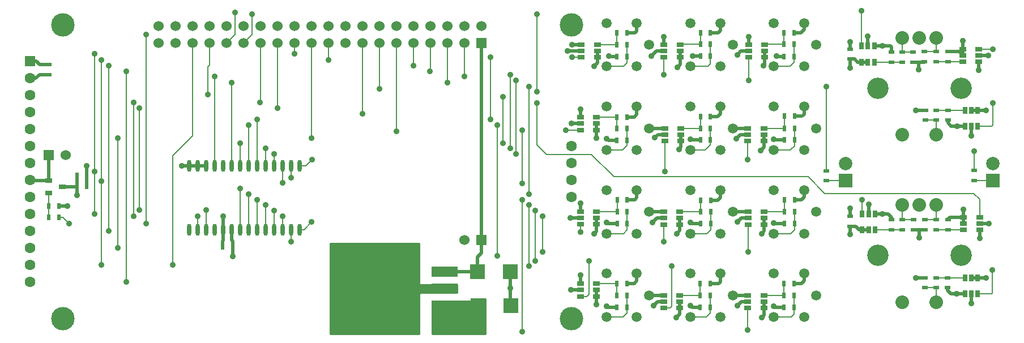
<source format=gbl>
G04 #@! TF.FileFunction,Copper,L4,Bot,Signal*
%FSLAX46Y46*%
G04 Gerber Fmt 4.6, Leading zero omitted, Abs format (unit mm)*
G04 Created by KiCad (PCBNEW 4.0.7) date 06/30/18 16:48:15*
%MOMM*%
%LPD*%
G01*
G04 APERTURE LIST*
%ADD10C,0.100000*%
%ADD11R,10.000000X10.000000*%
%ADD12R,4.000000X1.500000*%
%ADD13O,0.600000X1.800000*%
%ADD14R,0.900000X0.600000*%
%ADD15R,0.600000X0.900000*%
%ADD16R,2.300000X2.250000*%
%ADD17R,2.000000X2.000000*%
%ADD18C,2.000000*%
%ADD19C,3.500000*%
%ADD20R,1.600000X1.600000*%
%ADD21C,1.600000*%
%ADD22C,1.524000*%
%ADD23R,1.524000X1.524000*%
%ADD24C,3.200000*%
%ADD25C,2.032000*%
%ADD26C,1.500000*%
%ADD27R,0.700000X1.000000*%
%ADD28R,1.000000X0.700000*%
%ADD29R,1.000000X0.800000*%
%ADD30C,0.914400*%
%ADD31C,0.508000*%
%ADD32C,0.203200*%
%ADD33C,0.250000*%
G04 APERTURE END LIST*
D10*
D11*
X54000000Y7500000D03*
D12*
X64000000Y10040000D03*
X64000000Y4960000D03*
X64000000Y7500000D03*
D13*
X42355000Y16350000D03*
X41085000Y16350000D03*
X39815000Y16350000D03*
X38545000Y16350000D03*
X37275000Y16350000D03*
X36005000Y16350000D03*
X34735000Y16350000D03*
X33465000Y16350000D03*
X32195000Y16350000D03*
X30925000Y16350000D03*
X29655000Y16350000D03*
X28385000Y16350000D03*
X27115000Y16350000D03*
X25845000Y16350000D03*
X25845000Y25850000D03*
X27115000Y25850000D03*
X28385000Y25850000D03*
X29655000Y25850000D03*
X30925000Y25850000D03*
X32195000Y25850000D03*
X33465000Y25850000D03*
X34735000Y25850000D03*
X36005000Y25850000D03*
X37275000Y25850000D03*
X38545000Y25850000D03*
X39815000Y25850000D03*
X41085000Y25850000D03*
X42355000Y25850000D03*
D14*
X139250000Y34200000D03*
X139250000Y32700000D03*
X139200000Y9150000D03*
X139200000Y7650000D03*
D15*
X89750000Y45750000D03*
X91250000Y45750000D03*
X102250000Y45750000D03*
X103750000Y45750000D03*
X114750000Y45750000D03*
X116250000Y45750000D03*
X89750000Y33200000D03*
X91250000Y33200000D03*
X102250000Y33250000D03*
X103750000Y33250000D03*
X114800000Y33300000D03*
X116300000Y33300000D03*
X89800000Y20800000D03*
X91300000Y20800000D03*
X102300000Y20750000D03*
X103800000Y20750000D03*
X114800000Y20800000D03*
X116300000Y20800000D03*
X89750000Y8250000D03*
X91250000Y8250000D03*
X102200000Y8250000D03*
X103700000Y8250000D03*
X114750000Y8250000D03*
X116250000Y8250000D03*
D14*
X139300000Y41450000D03*
X139300000Y42950000D03*
X130800000Y41400000D03*
X130800000Y42900000D03*
X139250000Y16300000D03*
X139250000Y17800000D03*
X130800000Y16300000D03*
X130800000Y17800000D03*
D16*
X68950000Y10050000D03*
X73850000Y10050000D03*
X69050000Y4950000D03*
X73950000Y4950000D03*
D15*
X32350000Y13750000D03*
X30850000Y13750000D03*
D14*
X124600000Y18300000D03*
X124600000Y16800000D03*
X4800000Y41000000D03*
X4800000Y39500000D03*
X124600000Y43350000D03*
X124600000Y41850000D03*
D17*
X124000000Y23700000D03*
D18*
X124000000Y26240000D03*
D17*
X146000000Y23700000D03*
D18*
X146000000Y26240000D03*
D19*
X6920000Y47000000D03*
X83000000Y47000000D03*
X83000000Y3000000D03*
X6920000Y3000000D03*
D20*
X2000000Y41510000D03*
D21*
X2000000Y38970000D03*
X2000000Y36430000D03*
X2000000Y33890000D03*
X2000000Y31350000D03*
X2000000Y28810000D03*
X2000000Y26270000D03*
X2000000Y23730000D03*
X2000000Y21190000D03*
X2000000Y18650000D03*
X2000000Y16110000D03*
X2000000Y13570000D03*
X2000000Y11030000D03*
X2000000Y8490000D03*
X83000000Y28810000D03*
X83000000Y26270000D03*
X83000000Y23730000D03*
X83000000Y21190000D03*
D22*
X69500000Y46790000D03*
D23*
X69500000Y44250000D03*
D22*
X66960000Y46790000D03*
X66960000Y44250000D03*
X64420000Y46790000D03*
X64420000Y44250000D03*
X61880000Y46790000D03*
X61880000Y44250000D03*
X59340000Y46790000D03*
X59340000Y44250000D03*
X56800000Y46790000D03*
X56800000Y44250000D03*
X54260000Y46790000D03*
X54260000Y44250000D03*
X51720000Y46790000D03*
X51720000Y44250000D03*
X49180000Y46790000D03*
X49180000Y44250000D03*
X46640000Y46790000D03*
X46640000Y44250000D03*
X44100000Y46790000D03*
X44100000Y44250000D03*
X41560000Y46790000D03*
X41560000Y44250000D03*
X39020000Y46790000D03*
X39020000Y44250000D03*
X36480000Y46790000D03*
X36480000Y44250000D03*
X33940000Y46790000D03*
X33940000Y44250000D03*
X31400000Y46790000D03*
X31400000Y44250000D03*
X28860000Y46790000D03*
X28860000Y44250000D03*
X26320000Y46790000D03*
X26320000Y44250000D03*
X23780000Y46790000D03*
X23780000Y44250000D03*
X21240000Y46790000D03*
X21240000Y44250000D03*
X7390000Y27500000D03*
D23*
X4850000Y27500000D03*
D22*
X66960000Y14800000D03*
D23*
X69500000Y14800000D03*
D14*
X135750000Y41450000D03*
X135750000Y42950000D03*
X134000000Y41400000D03*
X134000000Y42900000D03*
X135850000Y16300000D03*
X135850000Y17800000D03*
X134100000Y16300000D03*
X134100000Y17800000D03*
D15*
X4850000Y19900000D03*
X6350000Y19900000D03*
X89750000Y42200000D03*
X91250000Y42200000D03*
X102250000Y42300000D03*
X103750000Y42300000D03*
X114750000Y42250000D03*
X116250000Y42250000D03*
X89750000Y29700000D03*
X91250000Y29700000D03*
X102250000Y29750000D03*
X103750000Y29750000D03*
X114800000Y29750000D03*
X116300000Y29750000D03*
X89800000Y17250000D03*
X91300000Y17250000D03*
X102300000Y17250000D03*
X103800000Y17250000D03*
X114800000Y17250000D03*
X116300000Y17250000D03*
X89750000Y4750000D03*
X91250000Y4750000D03*
X102200000Y4750000D03*
X103700000Y4750000D03*
X114750000Y4750000D03*
X116250000Y4750000D03*
D14*
X137550000Y32700000D03*
X137550000Y34200000D03*
X135900000Y32700000D03*
X135900000Y34200000D03*
X137550000Y7650000D03*
X137550000Y9150000D03*
D15*
X91250000Y44000000D03*
X89750000Y44000000D03*
X103750000Y44050000D03*
X102250000Y44050000D03*
X116250000Y44050000D03*
X114750000Y44050000D03*
X91250000Y31500000D03*
X89750000Y31500000D03*
X103750000Y31500000D03*
X102250000Y31500000D03*
X116300000Y31500000D03*
X114800000Y31500000D03*
X91300000Y19050000D03*
X89800000Y19050000D03*
X103800000Y19000000D03*
X102300000Y19000000D03*
X116300000Y19000000D03*
X114800000Y19000000D03*
X91250000Y6500000D03*
X89750000Y6500000D03*
X103700000Y6500000D03*
X102200000Y6500000D03*
X116250000Y6500000D03*
X114750000Y6500000D03*
D14*
X135850000Y7650000D03*
X135850000Y9150000D03*
X137550000Y42950000D03*
X137550000Y41450000D03*
X132400000Y42900000D03*
X132400000Y41400000D03*
X137550000Y17800000D03*
X137550000Y16300000D03*
X132450000Y17800000D03*
X132450000Y16300000D03*
X121100000Y25150000D03*
X121100000Y23650000D03*
X143150000Y25200000D03*
X143150000Y23700000D03*
D24*
X128750000Y37500000D03*
X141250000Y37500000D03*
D25*
X137540000Y45000000D03*
X135000000Y45000000D03*
X132460000Y45000000D03*
X132460000Y30500000D03*
X137540000Y30500000D03*
D24*
X128750000Y12500000D03*
X141250000Y12500000D03*
D25*
X137540000Y20000000D03*
X135000000Y20000000D03*
X132460000Y20000000D03*
X132460000Y5500000D03*
X137540000Y5500000D03*
D26*
X88250000Y40750000D03*
X88250000Y47250000D03*
X92750000Y40750000D03*
X92750000Y47250000D03*
X94600000Y44000000D03*
X100750000Y40750000D03*
X100750000Y47250000D03*
X105250000Y40750000D03*
X105250000Y47250000D03*
X107100000Y44000000D03*
X113250000Y40750000D03*
X113250000Y47250000D03*
X117750000Y40750000D03*
X117750000Y47250000D03*
X119600000Y44000000D03*
X88250000Y28250000D03*
X88250000Y34750000D03*
X92750000Y28250000D03*
X92750000Y34750000D03*
X94600000Y31500000D03*
X100750000Y28250000D03*
X100750000Y34750000D03*
X105250000Y28250000D03*
X105250000Y34750000D03*
X107100000Y31500000D03*
X113250000Y28250000D03*
X113250000Y34750000D03*
X117750000Y28250000D03*
X117750000Y34750000D03*
X119600000Y31500000D03*
X88250000Y15750000D03*
X88250000Y22250000D03*
X92750000Y15750000D03*
X92750000Y22250000D03*
X94600000Y19000000D03*
X100750000Y15750000D03*
X100750000Y22250000D03*
X105250000Y15750000D03*
X105250000Y22250000D03*
X107100000Y19000000D03*
X113250000Y15750000D03*
X113250000Y22250000D03*
X117750000Y15750000D03*
X117750000Y22250000D03*
X119600000Y19000000D03*
X88250000Y3250000D03*
X88250000Y9750000D03*
X92750000Y3250000D03*
X92750000Y9750000D03*
X94600000Y6500000D03*
X100750000Y3250000D03*
X100750000Y9750000D03*
X105250000Y3250000D03*
X105250000Y9750000D03*
X107100000Y6500000D03*
X113250000Y3250000D03*
X113250000Y9750000D03*
X117750000Y3250000D03*
X117750000Y9750000D03*
X119600000Y6500000D03*
D27*
X141800000Y34200000D03*
X142750000Y34200000D03*
X143700000Y34200000D03*
X143700000Y31800000D03*
X142750000Y31800000D03*
X141800000Y31800000D03*
X141800000Y9150000D03*
X142750000Y9150000D03*
X143700000Y9150000D03*
X143700000Y6750000D03*
X142750000Y6750000D03*
X141800000Y6750000D03*
D28*
X86850000Y44000000D03*
X86850000Y43050000D03*
X86850000Y42100000D03*
X84450000Y42100000D03*
X84450000Y43050000D03*
X84450000Y44000000D03*
X99200000Y44000000D03*
X99200000Y43050000D03*
X99200000Y42100000D03*
X96800000Y42100000D03*
X96800000Y43050000D03*
X96800000Y44000000D03*
X111850000Y44000000D03*
X111850000Y43050000D03*
X111850000Y42100000D03*
X109450000Y42100000D03*
X109450000Y43050000D03*
X109450000Y44000000D03*
X86750000Y33150000D03*
X86750000Y32200000D03*
X86750000Y31250000D03*
X84350000Y31250000D03*
X84350000Y32200000D03*
X84350000Y33150000D03*
X99350000Y31500000D03*
X99350000Y30550000D03*
X99350000Y29600000D03*
X96950000Y29600000D03*
X96950000Y30550000D03*
X96950000Y31500000D03*
X111750000Y31500000D03*
X111750000Y30550000D03*
X111750000Y29600000D03*
X109350000Y29600000D03*
X109350000Y30550000D03*
X109350000Y31500000D03*
X141600000Y16300000D03*
X141600000Y17250000D03*
X141600000Y18200000D03*
X144000000Y18200000D03*
X144000000Y17250000D03*
X144000000Y16300000D03*
D27*
X128350000Y16300000D03*
X127400000Y16300000D03*
X126450000Y16300000D03*
X126450000Y18700000D03*
X127400000Y18700000D03*
X128350000Y18700000D03*
D28*
X86700000Y19050000D03*
X86700000Y18100000D03*
X86700000Y17150000D03*
X84300000Y17150000D03*
X84300000Y18100000D03*
X84300000Y19050000D03*
X99150000Y19000000D03*
X99150000Y18050000D03*
X99150000Y17100000D03*
X96750000Y17100000D03*
X96750000Y18050000D03*
X96750000Y19000000D03*
X111800000Y19000000D03*
X111800000Y18050000D03*
X111800000Y17100000D03*
X109400000Y17100000D03*
X109400000Y18050000D03*
X109400000Y19000000D03*
X86750000Y8250000D03*
X86750000Y7300000D03*
X86750000Y6350000D03*
X84350000Y6350000D03*
X84350000Y7300000D03*
X84350000Y8250000D03*
X99150000Y6500000D03*
X99150000Y5550000D03*
X99150000Y4600000D03*
X96750000Y4600000D03*
X96750000Y5550000D03*
X96750000Y6500000D03*
X111750000Y6500000D03*
X111750000Y5550000D03*
X111750000Y4600000D03*
X109350000Y4600000D03*
X109350000Y5550000D03*
X109350000Y6500000D03*
X141450000Y41450000D03*
X141450000Y42400000D03*
X141450000Y43350000D03*
X143850000Y43350000D03*
X143850000Y42400000D03*
X143850000Y41450000D03*
D27*
X128250000Y41400000D03*
X127300000Y41400000D03*
X126350000Y41400000D03*
X126350000Y43800000D03*
X127300000Y43800000D03*
X128250000Y43800000D03*
D29*
X6850000Y22750000D03*
X4850000Y21800000D03*
X4850000Y23700000D03*
D15*
X6350000Y18200000D03*
X4850000Y18200000D03*
X9050000Y22800000D03*
X10550000Y22800000D03*
X9050000Y24450000D03*
X10550000Y24450000D03*
D30*
X98800000Y40650000D03*
X73850000Y7550000D03*
X30950000Y18300000D03*
X24700000Y25850000D03*
X56650000Y1150000D03*
X53650000Y1150000D03*
X50650000Y1150000D03*
X47650000Y10150000D03*
X47650000Y7150000D03*
X47650000Y4150000D03*
X50750000Y13550000D03*
X53650000Y13550000D03*
X56650000Y13550000D03*
X47650000Y13550000D03*
X59650000Y1150000D03*
X47650000Y1150000D03*
X59650000Y13550000D03*
X10550000Y25850000D03*
X111400000Y3200000D03*
X98650000Y3200000D03*
X86750000Y5100000D03*
X84350000Y9550000D03*
X111400000Y15700000D03*
X98700000Y15750000D03*
X84300000Y20300000D03*
X86400000Y15750000D03*
X111250000Y28200000D03*
X99050000Y28350000D03*
X84350000Y34350000D03*
X86700000Y30050000D03*
X145000000Y9150000D03*
X140550000Y6750000D03*
X124600000Y15600000D03*
X129450000Y18700000D03*
X144000000Y15000000D03*
X141600000Y19350000D03*
X145000000Y34200000D03*
X140650000Y31800000D03*
X143850000Y40150000D03*
X141450000Y44600000D03*
X124600000Y40550000D03*
X129450000Y43800000D03*
X111650000Y40850000D03*
X109450000Y45200000D03*
X96800000Y45200000D03*
X83100000Y44000000D03*
X86350000Y40750000D03*
X12750000Y11050000D03*
X46650000Y41750000D03*
X12750000Y41750000D03*
X12750000Y23550000D03*
X11700000Y18650000D03*
X11700000Y25000000D03*
X11700000Y42600000D03*
X41550000Y42600000D03*
X15150000Y30050000D03*
X15150000Y13600000D03*
X44100000Y30050000D03*
X56800000Y31050000D03*
X51700000Y33700000D03*
X54250000Y37400000D03*
X69050000Y3050000D03*
X66050000Y1100000D03*
X63050000Y3050000D03*
X69050000Y1100000D03*
X63050000Y1100000D03*
X66050000Y3050000D03*
X32350000Y12350000D03*
X9050000Y21450000D03*
X7600000Y19900000D03*
X113250000Y4900000D03*
X107800000Y4950000D03*
X100750000Y5000000D03*
X95250000Y4950000D03*
X88250000Y4900000D03*
X82900000Y7300000D03*
X113250000Y17350000D03*
X107800000Y17500000D03*
X100750000Y17400000D03*
X95100000Y17400000D03*
X82850000Y18100000D03*
X88250000Y17400000D03*
X113250000Y29850000D03*
X107650000Y29950000D03*
X95450000Y30100000D03*
X100800000Y29850000D03*
X83000000Y32200000D03*
X88250000Y29900000D03*
X142750000Y5300000D03*
X134500000Y9150000D03*
X127400000Y20100000D03*
X124600000Y19500000D03*
X134950000Y15100000D03*
X145400000Y17250000D03*
X142750000Y30350000D03*
X134450000Y34200000D03*
X145300000Y42350000D03*
X127300000Y45250000D03*
X124600000Y44450000D03*
X134900000Y40250000D03*
X113600000Y42300000D03*
X107750000Y42500000D03*
X101100000Y42300000D03*
X88600000Y42300000D03*
X94900000Y42300000D03*
X82350000Y43050000D03*
X66950000Y39250000D03*
X29650000Y39250000D03*
X64400000Y38350000D03*
X32200000Y38350000D03*
X36450000Y35350000D03*
X17500000Y35350000D03*
X17500000Y18300000D03*
X27100000Y18300000D03*
X35200000Y48600000D03*
X77800000Y48600000D03*
X77800000Y36950000D03*
X146000000Y43350000D03*
X32650000Y48800000D03*
X126350000Y49050000D03*
X77850000Y35250000D03*
X28600000Y36550000D03*
X126450000Y20800000D03*
X23350000Y11050000D03*
X109350000Y26850000D03*
X44200000Y26800000D03*
X96950000Y25050000D03*
X41100000Y24100000D03*
X82150000Y31250000D03*
X75650000Y31250000D03*
X75650000Y23250000D03*
X39800000Y23300000D03*
X38550000Y27650000D03*
X74700000Y27650000D03*
X109450000Y38650000D03*
X74700000Y38650000D03*
X96800000Y39500000D03*
X73800000Y39500000D03*
X73800000Y28500000D03*
X37300000Y28500000D03*
X83100000Y42100000D03*
X70850000Y42100000D03*
X70850000Y32850000D03*
X36000000Y32850000D03*
X34750000Y31950000D03*
X71900000Y31950000D03*
X71850000Y12450000D03*
X145850000Y10300000D03*
X145950000Y35300000D03*
X72750000Y36200000D03*
X72750000Y29250000D03*
X33450000Y29250000D03*
X96750000Y14500000D03*
X41100000Y14550000D03*
X84300000Y15950000D03*
X44150000Y17500000D03*
X59350000Y40850000D03*
X13800000Y40850000D03*
X13800000Y16100000D03*
X61850000Y40050000D03*
X16400000Y40050000D03*
X16400000Y8500000D03*
X121100000Y37750000D03*
X76600000Y37750000D03*
X76600000Y21650000D03*
X34750000Y21650000D03*
X143150000Y28100000D03*
X33450000Y22450000D03*
X109350000Y1350000D03*
X75650000Y1100000D03*
X75650000Y20800000D03*
X36000000Y20800000D03*
X97950000Y10850000D03*
X76600000Y10850000D03*
X76600000Y20000000D03*
X37300000Y20000000D03*
X85600000Y11650000D03*
X77550000Y11650000D03*
X77550000Y19200000D03*
X38550000Y19200000D03*
X109400000Y13050000D03*
X78700000Y13050000D03*
X78700000Y18350000D03*
X39800000Y18350000D03*
X39000000Y34550000D03*
X18350000Y34550000D03*
X18350000Y19250000D03*
X28400000Y19250000D03*
X19400000Y45550000D03*
X19400000Y17250000D03*
X7900000Y17250000D03*
D31*
X99200000Y42100000D02*
X99200000Y41050000D01*
X99200000Y41050000D02*
X98800000Y40650000D01*
X73850000Y10050000D02*
X73850000Y7550000D01*
X73850000Y7550000D02*
X73850000Y5050000D01*
X73850000Y5050000D02*
X73950000Y4950000D01*
X116250000Y45750000D02*
X117250000Y45750000D01*
X117750000Y46250000D02*
X117750000Y47250000D01*
X117250000Y45750000D02*
X117750000Y46250000D01*
X30925000Y16350000D02*
X30925000Y18275000D01*
X30925000Y18275000D02*
X30950000Y18300000D01*
X2000000Y38970000D02*
X2920000Y38970000D01*
X3450000Y39500000D02*
X4800000Y39500000D01*
X2920000Y38970000D02*
X3450000Y39500000D01*
X25845000Y25850000D02*
X24700000Y25850000D01*
X27115000Y25850000D02*
X25845000Y25850000D01*
X28385000Y25850000D02*
X27115000Y25850000D01*
X59650000Y13550000D02*
X56650000Y13550000D01*
X56650000Y13550000D02*
X53650000Y13550000D01*
X53650000Y13550000D02*
X50750000Y13550000D01*
X50750000Y13550000D02*
X47650000Y13550000D01*
X47650000Y1150000D02*
X50650000Y1150000D01*
X50650000Y1150000D02*
X53650000Y1150000D01*
X53650000Y1150000D02*
X56650000Y1150000D01*
X56650000Y1150000D02*
X59650000Y1150000D01*
X59650000Y1150000D02*
X54000000Y6550000D01*
X47650000Y13550000D02*
X47650000Y10150000D01*
X47650000Y10150000D02*
X47650000Y7150000D01*
X47650000Y7150000D02*
X47650000Y4150000D01*
X47650000Y4150000D02*
X47650000Y1150000D01*
X54000000Y7500000D02*
X54000000Y6550000D01*
X30925000Y16350000D02*
X30925000Y14725000D01*
X30850000Y14650000D02*
X30850000Y13750000D01*
X30925000Y14725000D02*
X30850000Y14650000D01*
X10550000Y24450000D02*
X10550000Y25850000D01*
X10550000Y22800000D02*
X10550000Y24450000D01*
X116250000Y8250000D02*
X117350000Y8250000D01*
X117750000Y8650000D02*
X117750000Y9750000D01*
X117350000Y8250000D02*
X117750000Y8650000D01*
X111750000Y4600000D02*
X111750000Y3550000D01*
X111750000Y3550000D02*
X111400000Y3200000D01*
X111750000Y5550000D02*
X111750000Y4600000D01*
X109350000Y6500000D02*
X107100000Y6500000D01*
X103700000Y8250000D02*
X105000000Y8250000D01*
X105250000Y8500000D02*
X105250000Y9750000D01*
X105000000Y8250000D02*
X105250000Y8500000D01*
X99150000Y4600000D02*
X99150000Y3700000D01*
X99150000Y3700000D02*
X98650000Y3200000D01*
X99150000Y5550000D02*
X99150000Y4600000D01*
X96750000Y6500000D02*
X94600000Y6500000D01*
X91250000Y8250000D02*
X92350000Y8250000D01*
X92750000Y8650000D02*
X92750000Y9750000D01*
X92350000Y8250000D02*
X92750000Y8650000D01*
X86750000Y6350000D02*
X86750000Y5100000D01*
X86750000Y7300000D02*
X86750000Y6350000D01*
X84350000Y8250000D02*
X84350000Y9550000D01*
X116300000Y20800000D02*
X117350000Y20800000D01*
X117750000Y21200000D02*
X117750000Y22250000D01*
X117350000Y20800000D02*
X117750000Y21200000D01*
X111800000Y17100000D02*
X111800000Y16100000D01*
X111800000Y16100000D02*
X111400000Y15700000D01*
X111800000Y18050000D02*
X111800000Y17100000D01*
X109400000Y19000000D02*
X107100000Y19000000D01*
X103800000Y20750000D02*
X104850000Y20750000D01*
X105250000Y21150000D02*
X105250000Y22250000D01*
X104850000Y20750000D02*
X105250000Y21150000D01*
X99150000Y17100000D02*
X99150000Y16200000D01*
X99150000Y16200000D02*
X98700000Y15750000D01*
X99150000Y18050000D02*
X99150000Y17100000D01*
X96750000Y19000000D02*
X94600000Y19000000D01*
X91300000Y20800000D02*
X92450000Y20800000D01*
X92750000Y21100000D02*
X92750000Y22250000D01*
X92450000Y20800000D02*
X92750000Y21100000D01*
X84300000Y19050000D02*
X84300000Y20300000D01*
X86700000Y17150000D02*
X86700000Y16050000D01*
X86700000Y16050000D02*
X86400000Y15750000D01*
X86700000Y18100000D02*
X86700000Y17150000D01*
X116300000Y33300000D02*
X117450000Y33300000D01*
X117750000Y33600000D02*
X117750000Y34750000D01*
X117450000Y33300000D02*
X117750000Y33600000D01*
X111750000Y29600000D02*
X111750000Y28700000D01*
X111750000Y28700000D02*
X111250000Y28200000D01*
X103750000Y33250000D02*
X104800000Y33250000D01*
X105250000Y33700000D02*
X105250000Y34750000D01*
X104800000Y33250000D02*
X105250000Y33700000D01*
X111750000Y30550000D02*
X111750000Y29600000D01*
X109350000Y31500000D02*
X107100000Y31500000D01*
X99350000Y29600000D02*
X99350000Y28650000D01*
X99350000Y28650000D02*
X99050000Y28350000D01*
X99350000Y30550000D02*
X99350000Y29600000D01*
X96950000Y31500000D02*
X94600000Y31500000D01*
X84350000Y33150000D02*
X84350000Y34350000D01*
X86750000Y31250000D02*
X86750000Y30100000D01*
X86750000Y30100000D02*
X86700000Y30050000D01*
X91250000Y33200000D02*
X92400000Y33200000D01*
X92750000Y33550000D02*
X92750000Y34750000D01*
X92400000Y33200000D02*
X92750000Y33550000D01*
X86750000Y32200000D02*
X86750000Y31250000D01*
X143700000Y9150000D02*
X145000000Y9150000D01*
X142750000Y9150000D02*
X143700000Y9150000D01*
X139200000Y7650000D02*
X139200000Y7250000D01*
X139700000Y6750000D02*
X140550000Y6750000D01*
X140550000Y6750000D02*
X141800000Y6750000D01*
X139200000Y7250000D02*
X139700000Y6750000D01*
X124600000Y16800000D02*
X124600000Y15600000D01*
X126450000Y16300000D02*
X126000000Y16300000D01*
X125500000Y16800000D02*
X124600000Y16800000D01*
X126000000Y16300000D02*
X125500000Y16800000D01*
X127400000Y16300000D02*
X126450000Y16300000D01*
X130800000Y17800000D02*
X130800000Y18200000D01*
X130300000Y18700000D02*
X129450000Y18700000D01*
X129450000Y18700000D02*
X128350000Y18700000D01*
X130800000Y18200000D02*
X130300000Y18700000D01*
X144000000Y16300000D02*
X144000000Y15000000D01*
X141600000Y18200000D02*
X141600000Y19350000D01*
X139250000Y17800000D02*
X139250000Y17950000D01*
X139250000Y17950000D02*
X139500000Y18200000D01*
X139500000Y18200000D02*
X141600000Y18200000D01*
X141600000Y17250000D02*
X141600000Y18200000D01*
X143700000Y34200000D02*
X145000000Y34200000D01*
X142750000Y34200000D02*
X143700000Y34200000D01*
X139250000Y32700000D02*
X139250000Y32300000D01*
X139750000Y31800000D02*
X140650000Y31800000D01*
X140650000Y31800000D02*
X141800000Y31800000D01*
X139250000Y32300000D02*
X139750000Y31800000D01*
X143850000Y41450000D02*
X143850000Y40150000D01*
X141450000Y43350000D02*
X141450000Y44600000D01*
X139300000Y42950000D02*
X141000000Y42950000D01*
X141000000Y42950000D02*
X141450000Y42500000D01*
X141450000Y42500000D02*
X141450000Y42400000D01*
X141450000Y42400000D02*
X141450000Y43350000D01*
X124600000Y41850000D02*
X124600000Y40550000D01*
X126350000Y41400000D02*
X125750000Y41400000D01*
X125300000Y41850000D02*
X124600000Y41850000D01*
X125750000Y41400000D02*
X125300000Y41850000D01*
X127300000Y41400000D02*
X126350000Y41400000D01*
X130800000Y42900000D02*
X130800000Y43650000D01*
X130650000Y43800000D02*
X129450000Y43800000D01*
X129450000Y43800000D02*
X128250000Y43800000D01*
X130800000Y43650000D02*
X130650000Y43800000D01*
X111850000Y42100000D02*
X111850000Y41050000D01*
X111850000Y41050000D02*
X111650000Y40850000D01*
X109450000Y44000000D02*
X109450000Y45200000D01*
X111850000Y43050000D02*
X111850000Y42100000D01*
X103750000Y45750000D02*
X104900000Y45750000D01*
X105250000Y46100000D02*
X105250000Y47250000D01*
X104900000Y45750000D02*
X105250000Y46100000D01*
X96800000Y44000000D02*
X96800000Y45200000D01*
X99200000Y42100000D02*
X99200000Y43050000D01*
X84450000Y44000000D02*
X83100000Y44000000D01*
X86850000Y42100000D02*
X86850000Y41250000D01*
X86850000Y41250000D02*
X86350000Y40750000D01*
X91250000Y45750000D02*
X92450000Y45750000D01*
X92750000Y46050000D02*
X92750000Y47250000D01*
X92450000Y45750000D02*
X92750000Y46050000D01*
X86850000Y42100000D02*
X86850000Y43050000D01*
D32*
X86850000Y44000000D02*
X89750000Y44000000D01*
X89750000Y44000000D02*
X89750000Y45750000D01*
X102250000Y44050000D02*
X99250000Y44050000D01*
X99250000Y44050000D02*
X99200000Y44000000D01*
X102250000Y45750000D02*
X102250000Y44050000D01*
X114750000Y44050000D02*
X111900000Y44050000D01*
X111900000Y44050000D02*
X111850000Y44000000D01*
X114750000Y45750000D02*
X114750000Y44050000D01*
X86750000Y33150000D02*
X89700000Y33150000D01*
X89700000Y33150000D02*
X89750000Y33200000D01*
X89750000Y33200000D02*
X89750000Y31500000D01*
X102250000Y31500000D02*
X102250000Y33250000D01*
X99350000Y31500000D02*
X102250000Y31500000D01*
X114800000Y31500000D02*
X111750000Y31500000D01*
X114800000Y31500000D02*
X114800000Y33300000D01*
X89800000Y19050000D02*
X86700000Y19050000D01*
X89800000Y19050000D02*
X89800000Y20800000D01*
X102300000Y19000000D02*
X102300000Y20750000D01*
X99150000Y19000000D02*
X102300000Y19000000D01*
X12750000Y11050000D02*
X12750000Y23550000D01*
X46640000Y41760000D02*
X46640000Y44250000D01*
X46650000Y41750000D02*
X46640000Y41760000D01*
X12750000Y23550000D02*
X12750000Y41750000D01*
X11700000Y18650000D02*
X11700000Y25000000D01*
X11700000Y25000000D02*
X11700000Y42600000D01*
X41550000Y42600000D02*
X41560000Y42610000D01*
X41560000Y42610000D02*
X41560000Y44250000D01*
X15150000Y13600000D02*
X15150000Y30050000D01*
X44100000Y30050000D02*
X44100000Y44250000D01*
X56800000Y44250000D02*
X56800000Y31050000D01*
X51720000Y33720000D02*
X51720000Y44250000D01*
X51700000Y33700000D02*
X51720000Y33720000D01*
X54260000Y37410000D02*
X54260000Y44250000D01*
X54250000Y37400000D02*
X54260000Y37410000D01*
D31*
X66050000Y3050000D02*
X63050000Y3050000D01*
X63050000Y1100000D02*
X66050000Y1100000D01*
X66050000Y1100000D02*
X69050000Y1100000D01*
X69050000Y1100000D02*
X69050000Y3050000D01*
X69050000Y3050000D02*
X69050000Y4950000D01*
X63050000Y3050000D02*
X63050000Y1100000D01*
X32350000Y13750000D02*
X32350000Y12350000D01*
X2000000Y41510000D02*
X2990000Y41510000D01*
X3500000Y41000000D02*
X4800000Y41000000D01*
X2990000Y41510000D02*
X3500000Y41000000D01*
X69050000Y4950000D02*
X64010000Y4950000D01*
X64010000Y4950000D02*
X64000000Y4960000D01*
X32195000Y16350000D02*
X32195000Y14805000D01*
X32350000Y14650000D02*
X32350000Y13750000D01*
X32195000Y14805000D02*
X32350000Y14650000D01*
X9050000Y22800000D02*
X9050000Y21450000D01*
X9050000Y22800000D02*
X9050000Y24450000D01*
X6850000Y22750000D02*
X9000000Y22750000D01*
X9000000Y22750000D02*
X9050000Y22800000D01*
X6350000Y19900000D02*
X7600000Y19900000D01*
X114750000Y4750000D02*
X113400000Y4750000D01*
X113400000Y4750000D02*
X113250000Y4900000D01*
X109350000Y5550000D02*
X108400000Y5550000D01*
X108400000Y5550000D02*
X107800000Y4950000D01*
X102200000Y4750000D02*
X101000000Y4750000D01*
X101000000Y4750000D02*
X100750000Y5000000D01*
X96750000Y5550000D02*
X95850000Y5550000D01*
X95850000Y5550000D02*
X95250000Y4950000D01*
X89750000Y4750000D02*
X88400000Y4750000D01*
X88400000Y4750000D02*
X88250000Y4900000D01*
X84350000Y7300000D02*
X82900000Y7300000D01*
X114800000Y17250000D02*
X113350000Y17250000D01*
X113350000Y17250000D02*
X113250000Y17350000D01*
X109400000Y18050000D02*
X108350000Y18050000D01*
X108350000Y18050000D02*
X107800000Y17500000D01*
X102300000Y17250000D02*
X100900000Y17250000D01*
X100900000Y17250000D02*
X100750000Y17400000D01*
X96750000Y18050000D02*
X95750000Y18050000D01*
X95750000Y18050000D02*
X95100000Y17400000D01*
X84300000Y18100000D02*
X82850000Y18100000D01*
X89800000Y17250000D02*
X88400000Y17250000D01*
X88400000Y17250000D02*
X88250000Y17400000D01*
X114800000Y29750000D02*
X113350000Y29750000D01*
X113350000Y29750000D02*
X113250000Y29850000D01*
X109350000Y30550000D02*
X108250000Y30550000D01*
X108250000Y30550000D02*
X107650000Y29950000D01*
X96950000Y30550000D02*
X95900000Y30550000D01*
X95900000Y30550000D02*
X95450000Y30100000D01*
X102250000Y29750000D02*
X100900000Y29750000D01*
X100900000Y29750000D02*
X100800000Y29850000D01*
X84350000Y32200000D02*
X83000000Y32200000D01*
X89750000Y29700000D02*
X88450000Y29700000D01*
X88450000Y29700000D02*
X88250000Y29900000D01*
X142750000Y6750000D02*
X142750000Y5300000D01*
X135850000Y9150000D02*
X134500000Y9150000D01*
X127400000Y18700000D02*
X127400000Y20100000D01*
X124600000Y18300000D02*
X124600000Y19500000D01*
X134950000Y16300000D02*
X134950000Y15100000D01*
X144000000Y17250000D02*
X145400000Y17250000D01*
X134100000Y16300000D02*
X134950000Y16300000D01*
X134950000Y16300000D02*
X135850000Y16300000D01*
X142750000Y31800000D02*
X142750000Y30350000D01*
X135900000Y34200000D02*
X134450000Y34200000D01*
X143850000Y42400000D02*
X145250000Y42400000D01*
X145250000Y42400000D02*
X145300000Y42350000D01*
X127300000Y43800000D02*
X127300000Y45250000D01*
X124600000Y43350000D02*
X124600000Y44450000D01*
X134900000Y41400000D02*
X134900000Y40250000D01*
X134000000Y41400000D02*
X134900000Y41400000D01*
X134900000Y41400000D02*
X135700000Y41400000D01*
X135700000Y41400000D02*
X135750000Y41450000D01*
X114750000Y42250000D02*
X113650000Y42250000D01*
X113650000Y42250000D02*
X113600000Y42300000D01*
X109450000Y43050000D02*
X108300000Y43050000D01*
X108300000Y43050000D02*
X107750000Y42500000D01*
X102250000Y42300000D02*
X101100000Y42300000D01*
X89750000Y42200000D02*
X88700000Y42200000D01*
X88700000Y42200000D02*
X88600000Y42300000D01*
X96800000Y43050000D02*
X95650000Y43050000D01*
X95650000Y43050000D02*
X94900000Y42300000D01*
X84450000Y43050000D02*
X82350000Y43050000D01*
D32*
X29655000Y25850000D02*
X29655000Y39245000D01*
X66960000Y39260000D02*
X66960000Y44250000D01*
X66950000Y39250000D02*
X66960000Y39260000D01*
X29655000Y39245000D02*
X29650000Y39250000D01*
X32195000Y25850000D02*
X32195000Y38345000D01*
X64420000Y38370000D02*
X64420000Y44250000D01*
X64400000Y38350000D02*
X64420000Y38370000D01*
X32195000Y38345000D02*
X32200000Y38350000D01*
X27115000Y16350000D02*
X27115000Y18285000D01*
X36480000Y35380000D02*
X36480000Y44250000D01*
X36450000Y35350000D02*
X36480000Y35380000D01*
X17500000Y18300000D02*
X17500000Y35350000D01*
X27115000Y18285000D02*
X27100000Y18300000D01*
X33940000Y44250000D02*
X33950000Y44250000D01*
X33950000Y44250000D02*
X35200000Y45500000D01*
X35200000Y45500000D02*
X35200000Y48600000D01*
X77800000Y48600000D02*
X77800000Y36950000D01*
X146000000Y43350000D02*
X143850000Y43350000D01*
X126350000Y43800000D02*
X126350000Y49050000D01*
X32650000Y45500000D02*
X31400000Y44250000D01*
X32650000Y48800000D02*
X32650000Y45500000D01*
X28860000Y44250000D02*
X28860000Y40960000D01*
X144000000Y20850000D02*
X144000000Y18200000D01*
X143100000Y21750000D02*
X144000000Y20850000D01*
X120850000Y21750000D02*
X143100000Y21750000D01*
X118350000Y24250000D02*
X120850000Y21750000D01*
X89300000Y24250000D02*
X118350000Y24250000D01*
X85950000Y27600000D02*
X89300000Y24250000D01*
X79250000Y27600000D02*
X85950000Y27600000D01*
X77850000Y29000000D02*
X79250000Y27600000D01*
X77850000Y35250000D02*
X77850000Y29000000D01*
X28600000Y40700000D02*
X28600000Y36550000D01*
X28860000Y40960000D02*
X28600000Y40700000D01*
X26320000Y44250000D02*
X26320000Y30370000D01*
X126450000Y20800000D02*
X126450000Y18700000D01*
X23350000Y27400000D02*
X23350000Y11050000D01*
X26320000Y30370000D02*
X23350000Y27400000D01*
X137550000Y42950000D02*
X137550000Y44990000D01*
X137550000Y44990000D02*
X137540000Y45000000D01*
X135750000Y42950000D02*
X137550000Y42950000D01*
X132400000Y42900000D02*
X134000000Y42900000D01*
X132460000Y45000000D02*
X132460000Y42960000D01*
X132460000Y42960000D02*
X132400000Y42900000D01*
X137540000Y20000000D02*
X137540000Y17810000D01*
X137540000Y17810000D02*
X137550000Y17800000D01*
X135850000Y17800000D02*
X137550000Y17800000D01*
X132450000Y17800000D02*
X134100000Y17800000D01*
X132460000Y20000000D02*
X132460000Y17810000D01*
X132460000Y17810000D02*
X132450000Y17800000D01*
X137550000Y32700000D02*
X135900000Y32700000D01*
X137540000Y30500000D02*
X137540000Y32690000D01*
X137540000Y32690000D02*
X137550000Y32700000D01*
X42355000Y25850000D02*
X43250000Y25850000D01*
X109350000Y26850000D02*
X109350000Y29600000D01*
X43250000Y25850000D02*
X44200000Y26800000D01*
X41085000Y25850000D02*
X41085000Y24115000D01*
X96950000Y25050000D02*
X96950000Y29600000D01*
X41085000Y24115000D02*
X41100000Y24100000D01*
X39815000Y25850000D02*
X39815000Y23315000D01*
X82150000Y31250000D02*
X84350000Y31250000D01*
X75650000Y23250000D02*
X75650000Y31250000D01*
X39815000Y23315000D02*
X39800000Y23300000D01*
X74700000Y27650000D02*
X74700000Y38650000D01*
X38545000Y27645000D02*
X38550000Y27650000D01*
X38545000Y25850000D02*
X38545000Y27645000D01*
X109450000Y38650000D02*
X109450000Y42100000D01*
X37275000Y25850000D02*
X37275000Y28475000D01*
X96800000Y39500000D02*
X96800000Y42100000D01*
X73800000Y28500000D02*
X73800000Y39500000D01*
X37275000Y28475000D02*
X37300000Y28500000D01*
X36005000Y25850000D02*
X36005000Y32845000D01*
X83100000Y42100000D02*
X84450000Y42100000D01*
X70850000Y32850000D02*
X70850000Y42100000D01*
X36005000Y32845000D02*
X36000000Y32850000D01*
X34735000Y31935000D02*
X34750000Y31950000D01*
X71900000Y31950000D02*
X71850000Y31900000D01*
X71850000Y31900000D02*
X71850000Y12450000D01*
X145850000Y10300000D02*
X145850000Y6800000D01*
X145850000Y6800000D02*
X145800000Y6750000D01*
X143700000Y6750000D02*
X145800000Y6750000D01*
X34735000Y31935000D02*
X34735000Y25850000D01*
X33465000Y25850000D02*
X33465000Y29235000D01*
X145800000Y31800000D02*
X143700000Y31800000D01*
X145950000Y31950000D02*
X145800000Y31800000D01*
X145950000Y35300000D02*
X145950000Y31950000D01*
X72750000Y29250000D02*
X72750000Y36200000D01*
X33465000Y29235000D02*
X33450000Y29250000D01*
X41085000Y16350000D02*
X41085000Y14565000D01*
X96750000Y14500000D02*
X96750000Y17100000D01*
X41085000Y14565000D02*
X41100000Y14550000D01*
X42355000Y16350000D02*
X43000000Y16350000D01*
X84300000Y15950000D02*
X84300000Y17150000D01*
X43000000Y16350000D02*
X44150000Y17500000D01*
X102200000Y6500000D02*
X102200000Y8250000D01*
X99150000Y6500000D02*
X102200000Y6500000D01*
X114800000Y19000000D02*
X114800000Y20800000D01*
X111800000Y19000000D02*
X114800000Y19000000D01*
X89750000Y8250000D02*
X86750000Y8250000D01*
X89750000Y6500000D02*
X89750000Y8250000D01*
X114750000Y6500000D02*
X114750000Y8250000D01*
X111750000Y6500000D02*
X114750000Y6500000D01*
X121100000Y23650000D02*
X123950000Y23650000D01*
X123950000Y23650000D02*
X124000000Y23700000D01*
X143150000Y23700000D02*
X146000000Y23700000D01*
D31*
X4850000Y23700000D02*
X4850000Y27500000D01*
X4850000Y23700000D02*
X2030000Y23700000D01*
X2030000Y23700000D02*
X2000000Y23730000D01*
D32*
X59340000Y40860000D02*
X59340000Y44250000D01*
X59350000Y40850000D02*
X59340000Y40860000D01*
X13800000Y16100000D02*
X13800000Y40850000D01*
X61880000Y40080000D02*
X61880000Y44250000D01*
X61850000Y40050000D02*
X61880000Y40080000D01*
X16400000Y8500000D02*
X16400000Y40050000D01*
X34735000Y16350000D02*
X34735000Y21635000D01*
X121100000Y37750000D02*
X121100000Y25150000D01*
X76600000Y21650000D02*
X76600000Y37750000D01*
X34735000Y21635000D02*
X34750000Y21650000D01*
X33465000Y16350000D02*
X33465000Y22435000D01*
X143150000Y28100000D02*
X143150000Y25200000D01*
X33465000Y22435000D02*
X33450000Y22450000D01*
X36005000Y16350000D02*
X36005000Y20795000D01*
X109350000Y1400000D02*
X109350000Y4600000D01*
X109350000Y1350000D02*
X109350000Y1400000D01*
X75650000Y20800000D02*
X75650000Y1100000D01*
X36005000Y20795000D02*
X36000000Y20800000D01*
X37275000Y16350000D02*
X37275000Y19975000D01*
X97700000Y4600000D02*
X96750000Y4600000D01*
X97950000Y4850000D02*
X97700000Y4600000D01*
X97950000Y10850000D02*
X97950000Y4850000D01*
X76600000Y20000000D02*
X76600000Y10850000D01*
X37275000Y19975000D02*
X37300000Y20000000D01*
X38545000Y16350000D02*
X38545000Y19195000D01*
X85250000Y6350000D02*
X84350000Y6350000D01*
X85600000Y6700000D02*
X85250000Y6350000D01*
X85600000Y7800000D02*
X85600000Y6700000D01*
X85600000Y11650000D02*
X85600000Y7800000D01*
X77550000Y19200000D02*
X77550000Y11650000D01*
X38545000Y19195000D02*
X38550000Y19200000D01*
X39815000Y16350000D02*
X39815000Y18335000D01*
X109400000Y13050000D02*
X109400000Y17100000D01*
X78700000Y18350000D02*
X78700000Y13050000D01*
X39815000Y18335000D02*
X39800000Y18350000D01*
D31*
X64000000Y10040000D02*
X68940000Y10040000D01*
X68940000Y10040000D02*
X68950000Y10050000D01*
X68950000Y10050000D02*
X68950000Y12250000D01*
X69500000Y12800000D02*
X69500000Y14800000D01*
X68950000Y12250000D02*
X69500000Y12800000D01*
X69500000Y14800000D02*
X69500000Y44250000D01*
D32*
X28385000Y16350000D02*
X28385000Y19235000D01*
X39020000Y34570000D02*
X39020000Y44250000D01*
X39000000Y34550000D02*
X39020000Y34570000D01*
X18350000Y19250000D02*
X18350000Y34550000D01*
X28385000Y19235000D02*
X28400000Y19250000D01*
X139250000Y34200000D02*
X141800000Y34200000D01*
X137550000Y34200000D02*
X139250000Y34200000D01*
X139200000Y9150000D02*
X141800000Y9150000D01*
X137550000Y9150000D02*
X139200000Y9150000D01*
X139300000Y41450000D02*
X141450000Y41450000D01*
X137550000Y41450000D02*
X139300000Y41450000D01*
X130800000Y41400000D02*
X128250000Y41400000D01*
X132400000Y41400000D02*
X130800000Y41400000D01*
X139250000Y16300000D02*
X141600000Y16300000D01*
X137550000Y16300000D02*
X139250000Y16300000D01*
X130800000Y16300000D02*
X128350000Y16300000D01*
X132450000Y16300000D02*
X130800000Y16300000D01*
X6350000Y18200000D02*
X6950000Y18200000D01*
X19400000Y17250000D02*
X19400000Y45550000D01*
X6950000Y18200000D02*
X7900000Y17250000D01*
X137550000Y7650000D02*
X135850000Y7650000D01*
X137540000Y5500000D02*
X137540000Y7640000D01*
X137540000Y7640000D02*
X137550000Y7650000D01*
X91250000Y42200000D02*
X91250000Y44000000D01*
X88250000Y40750000D02*
X90750000Y40750000D01*
X91250000Y41250000D02*
X91250000Y42200000D01*
X90750000Y40750000D02*
X91250000Y41250000D01*
X103750000Y44050000D02*
X103750000Y42300000D01*
X100750000Y40750000D02*
X103400000Y40750000D01*
X103750000Y41100000D02*
X103750000Y42300000D01*
X103400000Y40750000D02*
X103750000Y41100000D01*
X116250000Y42250000D02*
X116250000Y44050000D01*
X113250000Y40750000D02*
X115650000Y40750000D01*
X116250000Y41350000D02*
X116250000Y42250000D01*
X115650000Y40750000D02*
X116250000Y41350000D01*
X91250000Y29700000D02*
X91250000Y28900000D01*
X90600000Y28250000D02*
X88250000Y28250000D01*
X91250000Y28900000D02*
X90600000Y28250000D01*
X91250000Y31500000D02*
X91250000Y29700000D01*
X103750000Y29750000D02*
X103750000Y29000000D01*
X103000000Y28250000D02*
X100750000Y28250000D01*
X103750000Y29000000D02*
X103000000Y28250000D01*
X103750000Y31500000D02*
X103750000Y29750000D01*
X116300000Y29750000D02*
X116300000Y31500000D01*
X113250000Y28250000D02*
X115700000Y28250000D01*
X116300000Y28850000D02*
X116300000Y29750000D01*
X115700000Y28250000D02*
X116300000Y28850000D01*
X91300000Y17250000D02*
X91300000Y19050000D01*
X88250000Y15750000D02*
X90750000Y15750000D01*
X91300000Y16300000D02*
X91300000Y17250000D01*
X90750000Y15750000D02*
X91300000Y16300000D01*
X103800000Y17250000D02*
X103800000Y16300000D01*
X103250000Y15750000D02*
X100750000Y15750000D01*
X103800000Y16300000D02*
X103250000Y15750000D01*
X103800000Y19000000D02*
X103800000Y17250000D01*
X116300000Y17250000D02*
X116300000Y19000000D01*
X113250000Y15750000D02*
X115750000Y15750000D01*
X116300000Y16300000D02*
X116300000Y17250000D01*
X115750000Y15750000D02*
X116300000Y16300000D01*
X91250000Y4750000D02*
X91250000Y3850000D01*
X90650000Y3250000D02*
X88250000Y3250000D01*
X91250000Y3850000D02*
X90650000Y3250000D01*
X91250000Y6500000D02*
X91250000Y4750000D01*
X103700000Y4750000D02*
X103700000Y3850000D01*
X103100000Y3250000D02*
X100750000Y3250000D01*
X103700000Y3850000D02*
X103100000Y3250000D01*
X103700000Y6500000D02*
X103700000Y4750000D01*
X116250000Y4750000D02*
X116250000Y3700000D01*
X115800000Y3250000D02*
X113250000Y3250000D01*
X116250000Y3700000D02*
X115800000Y3250000D01*
X116250000Y6500000D02*
X116250000Y4750000D01*
X4850000Y19900000D02*
X4850000Y18200000D01*
X4850000Y21800000D02*
X4850000Y19900000D01*
D33*
G36*
X60225000Y8250000D02*
X60234848Y8201368D01*
X60262841Y8160399D01*
X60304568Y8133549D01*
X60350000Y8125000D01*
X65875000Y8125000D01*
X65875000Y6875000D01*
X60350000Y6875000D01*
X60301368Y6865152D01*
X60260399Y6837159D01*
X60233549Y6795432D01*
X60225000Y6750000D01*
X60225000Y725000D01*
X46925000Y725000D01*
X46925000Y14275000D01*
X60225000Y14275000D01*
X60225000Y8250000D01*
X60225000Y8250000D01*
G37*
X60225000Y8250000D02*
X60234848Y8201368D01*
X60262841Y8160399D01*
X60304568Y8133549D01*
X60350000Y8125000D01*
X65875000Y8125000D01*
X65875000Y6875000D01*
X60350000Y6875000D01*
X60301368Y6865152D01*
X60260399Y6837159D01*
X60233549Y6795432D01*
X60225000Y6750000D01*
X60225000Y725000D01*
X46925000Y725000D01*
X46925000Y14275000D01*
X60225000Y14275000D01*
X60225000Y8250000D01*
G36*
X70075000Y725000D02*
X62125000Y725000D01*
X62125000Y5625000D01*
X67900000Y5625000D01*
X67948632Y5634848D01*
X67989601Y5662841D01*
X68016451Y5704568D01*
X68025000Y5750000D01*
X68025000Y5975000D01*
X70075000Y5975000D01*
X70075000Y725000D01*
X70075000Y725000D01*
G37*
X70075000Y725000D02*
X62125000Y725000D01*
X62125000Y5625000D01*
X67900000Y5625000D01*
X67948632Y5634848D01*
X67989601Y5662841D01*
X68016451Y5704568D01*
X68025000Y5750000D01*
X68025000Y5975000D01*
X70075000Y5975000D01*
X70075000Y725000D01*
M02*

</source>
